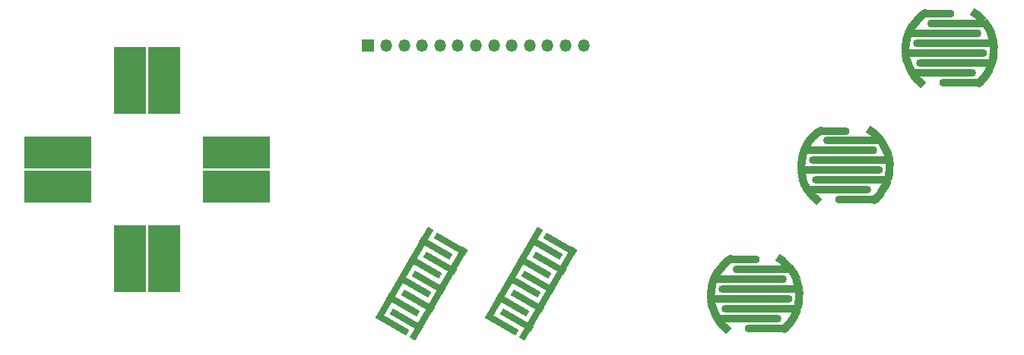
<source format=gts>
%TF.GenerationSoftware,KiCad,Pcbnew,(6.0.0)*%
%TF.CreationDate,2022-03-13T17:56:51-04:00*%
%TF.ProjectId,jaguar controller top pcb,6a616775-6172-4206-936f-6e74726f6c6c,rev?*%
%TF.SameCoordinates,Original*%
%TF.FileFunction,Soldermask,Top*%
%TF.FilePolarity,Negative*%
%FSLAX46Y46*%
G04 Gerber Fmt 4.6, Leading zero omitted, Abs format (unit mm)*
G04 Created by KiCad (PCBNEW (6.0.0)) date 2022-03-13 17:56:51*
%MOMM*%
%LPD*%
G01*
G04 APERTURE LIST*
G04 Aperture macros list*
%AMRoundRect*
0 Rectangle with rounded corners*
0 $1 Rounding radius*
0 $2 $3 $4 $5 $6 $7 $8 $9 X,Y pos of 4 corners*
0 Add a 4 corners polygon primitive as box body*
4,1,4,$2,$3,$4,$5,$6,$7,$8,$9,$2,$3,0*
0 Add four circle primitives for the rounded corners*
1,1,$1+$1,$2,$3*
1,1,$1+$1,$4,$5*
1,1,$1+$1,$6,$7*
1,1,$1+$1,$8,$9*
0 Add four rect primitives between the rounded corners*
20,1,$1+$1,$2,$3,$4,$5,0*
20,1,$1+$1,$4,$5,$6,$7,0*
20,1,$1+$1,$6,$7,$8,$9,0*
20,1,$1+$1,$8,$9,$2,$3,0*%
%AMRotRect*
0 Rectangle, with rotation*
0 The origin of the aperture is its center*
0 $1 length*
0 $2 width*
0 $3 Rotation angle, in degrees counterclockwise*
0 Add horizontal line*
21,1,$1,$2,0,0,$3*%
G04 Aperture macros list end*
%ADD10O,7.082827X0.900000*%
%ADD11RotRect,0.900000X0.900000X209.345165*%
%ADD12RotRect,0.900000X0.900000X190.121977*%
%ADD13O,8.123471X0.900000*%
%ADD14RoundRect,0.225000X0.313578X-0.054024X0.054024X0.313578X-0.313578X0.054024X-0.054024X-0.313578X0*%
%ADD15RotRect,0.900000X0.900000X228.568352*%
%ADD16RotRect,0.900000X0.900000X142.064007*%
%ADD17O,9.063382X0.900000*%
%ADD18RotRect,0.900000X0.900000X151.675601*%
%ADD19O,3.810000X0.900000*%
%ADD20RotRect,0.900000X0.900000X132.452413*%
%ADD21RotRect,0.900000X0.900000X218.956759*%
%ADD22RotRect,0.900000X0.900000X199.733571*%
%ADD23RotRect,0.900000X0.900000X170.898789*%
%ADD24RotRect,0.900000X0.900000X161.287195*%
%ADD25RotRect,0.900000X0.900000X180.510383*%
%ADD26RotRect,0.900000X0.900000X54.774382*%
%ADD27RotRect,0.900000X0.900000X357.104818*%
%ADD28RotRect,0.900000X0.900000X25.939600*%
%ADD29RotRect,0.900000X0.900000X35.551194*%
%ADD30RotRect,0.900000X0.900000X328.270036*%
%ADD31O,4.997485X0.888414*%
%ADD32RotRect,0.900000X0.900000X16.328006*%
%ADD33RotRect,0.900000X0.900000X347.493224*%
%ADD34O,8.438907X0.900000*%
%ADD35RoundRect,0.225000X-0.317581X0.019808X-0.019808X-0.317581X0.317581X-0.019808X0.019808X0.317581X0*%
%ADD36RotRect,0.900000X0.900000X318.658442*%
%ADD37RotRect,0.900000X0.900000X337.881630*%
%ADD38RotRect,0.900000X0.900000X45.162788*%
%ADD39O,8.938889X0.900000*%
%ADD40RotRect,0.900000X0.900000X6.716412*%
%ADD41O,6.457911X0.900000*%
%ADD42R,3.650000X7.410000*%
%ADD43RotRect,3.970000X0.720000X150.000000*%
%ADD44RotRect,0.720000X11.720000X150.000000*%
%ADD45R,7.410000X3.650000*%
%ADD46R,1.350000X1.350000*%
%ADD47O,1.350000X1.350000*%
G04 APERTURE END LIST*
D10*
%TO.C,SW7*%
X86321103Y-40115000D03*
D11*
X82675677Y-39938692D03*
D12*
X82121498Y-38393783D03*
D13*
X86454133Y-35715000D03*
D14*
X84125040Y-33515001D03*
D15*
X83707617Y-41215000D03*
D16*
X83083550Y-34508353D03*
D17*
X86591794Y-37915000D03*
D18*
X82633447Y-35198014D03*
D19*
X85542520Y-33515000D03*
D20*
X83642485Y-33903526D03*
D21*
X83137995Y-40620226D03*
D22*
X82333644Y-39189534D03*
D23*
X82106878Y-36752551D03*
D24*
X82304814Y-35953147D03*
D25*
X82045196Y-37573781D03*
D26*
X89794960Y-33515000D03*
D27*
X91868726Y-37778251D03*
D28*
X91379841Y-35380064D03*
D29*
X90958825Y-34672271D03*
D30*
X91140385Y-40114879D03*
D31*
X88294815Y-41215000D03*
D32*
X91676768Y-36148218D03*
D33*
X91758369Y-38594368D03*
D34*
X87425842Y-39015000D03*
D35*
X90212383Y-41215000D03*
D36*
X90650109Y-40776585D03*
D37*
X91513295Y-39380602D03*
D38*
X90425541Y-34044710D03*
D39*
X87353270Y-36815000D03*
D40*
X91841269Y-36955166D03*
D41*
X87688315Y-34615000D03*
%TD*%
D42*
%TO.C,SW3*%
X17370000Y-33400000D03*
X21130000Y-33400000D03*
%TD*%
D43*
%TO.C,SW5*%
X50181725Y-34328834D03*
D44*
X47864433Y-35092500D03*
D43*
X51401725Y-32215732D03*
X48961725Y-36441936D03*
X46521725Y-40668140D03*
X47741725Y-38555038D03*
X48188275Y-40221589D03*
X50628275Y-35995385D03*
X49408275Y-38108487D03*
D44*
X51735567Y-37327500D03*
D43*
X51848275Y-33882283D03*
X53068275Y-31769181D03*
%TD*%
D25*
%TO.C,SW9*%
X103725196Y-10113781D03*
D11*
X104355677Y-12478692D03*
D24*
X103984814Y-8493147D03*
D10*
X108001103Y-12655000D03*
D15*
X105387617Y-13755000D03*
D16*
X104763550Y-7048353D03*
D19*
X107222520Y-6055000D03*
D18*
X104313447Y-7738014D03*
D23*
X103786878Y-9292551D03*
D20*
X105322485Y-6443526D03*
D13*
X108134133Y-8255000D03*
D22*
X104013644Y-11729534D03*
D17*
X108271794Y-10455000D03*
D21*
X104817995Y-13160226D03*
D12*
X103801498Y-10933783D03*
D14*
X105805040Y-6055001D03*
D41*
X109368315Y-7155000D03*
D32*
X113356768Y-8688218D03*
D26*
X111474960Y-6055000D03*
D40*
X113521269Y-9495166D03*
D36*
X112330109Y-13316585D03*
D37*
X113193295Y-11920602D03*
D33*
X113438369Y-11134368D03*
D34*
X109105842Y-11555000D03*
D28*
X113059841Y-7920064D03*
D27*
X113548726Y-10318251D03*
D31*
X109974815Y-13755000D03*
D39*
X109033270Y-9355000D03*
D38*
X112105541Y-6584710D03*
D30*
X112820385Y-12654879D03*
D29*
X112638825Y-7212271D03*
D35*
X111892383Y-13755000D03*
%TD*%
D43*
%TO.C,SW6*%
X58731725Y-40668140D03*
D44*
X60074433Y-35092500D03*
D43*
X63611725Y-32215732D03*
X59951725Y-38555038D03*
X62391725Y-34328834D03*
X61171725Y-36441936D03*
X62838275Y-35995385D03*
X65278275Y-31769181D03*
X61618275Y-38108487D03*
X60398275Y-40221589D03*
X64058275Y-33882283D03*
D44*
X63945567Y-37327500D03*
%TD*%
D45*
%TO.C,SW1*%
X9280000Y-21550000D03*
X9280000Y-25310000D03*
%TD*%
D42*
%TO.C,SW2*%
X17370000Y-13460000D03*
X21130000Y-13460000D03*
%TD*%
D45*
%TO.C,SW4*%
X29220000Y-25310000D03*
X29220000Y-21550000D03*
%TD*%
D25*
%TO.C,SW8*%
X92095196Y-23183781D03*
D10*
X96371103Y-25725000D03*
D15*
X93757617Y-26825000D03*
D24*
X92354814Y-21563147D03*
D12*
X92171498Y-24003783D03*
D20*
X93692485Y-19513526D03*
D16*
X93133550Y-20118353D03*
D13*
X96504133Y-21325000D03*
D21*
X93187995Y-26230226D03*
D18*
X92683447Y-20808014D03*
D11*
X92725677Y-25548692D03*
D19*
X95592520Y-19125000D03*
D14*
X94175040Y-19125001D03*
D22*
X92383644Y-24799534D03*
D23*
X92156878Y-22362551D03*
D17*
X96641794Y-23525000D03*
D36*
X100700109Y-26386585D03*
D32*
X101726768Y-21758218D03*
D37*
X101563295Y-24990602D03*
D29*
X101008825Y-20282271D03*
D31*
X98344815Y-26825000D03*
D35*
X100262383Y-26825000D03*
D30*
X101190385Y-25724879D03*
D34*
X97475842Y-24625000D03*
D38*
X100475541Y-19654710D03*
D40*
X101891269Y-22565166D03*
D39*
X97403270Y-22425000D03*
D27*
X101918726Y-23388251D03*
D33*
X101808369Y-24204368D03*
D28*
X101429841Y-20990064D03*
D41*
X97738315Y-20225000D03*
D26*
X99844960Y-19125000D03*
%TD*%
D46*
%TO.C,J1*%
X43860000Y-9580000D03*
D47*
X45860000Y-9580000D03*
X47860000Y-9580000D03*
X49860000Y-9580000D03*
X51860000Y-9580000D03*
X53860000Y-9580000D03*
X55860000Y-9580000D03*
X57860000Y-9580000D03*
X59860000Y-9580000D03*
X61860000Y-9580000D03*
X63860000Y-9580000D03*
X65860000Y-9580000D03*
X67860000Y-9580000D03*
%TD*%
M02*

</source>
